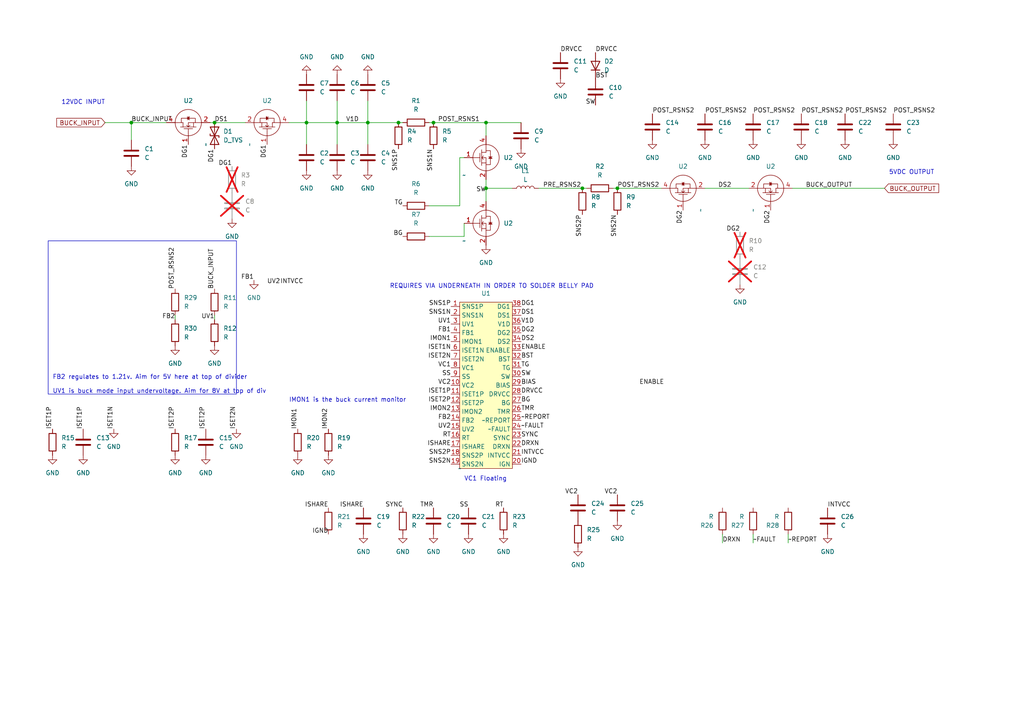
<source format=kicad_sch>
(kicad_sch (version 20230121) (generator eeschema)
  (paper "A4")
  (lib_symbols
    (symbol "Device:C" (pin_numbers hide) (pin_names (offset 0.254))
      (property "Reference" "C" (at 0.635 2.54 0))
      (property "Value" "C" (at 0.635 -2.54 0))
      (symbol "C_0_1"
        (polyline (pts (xy -2.032 -0.762) (xy 2.032 -0.762)) (stroke (width 0.508)))
        (polyline (pts (xy -2.032 0.762) (xy 2.032 0.762)) (stroke (width 0.508)))
      )
      (symbol "C_1_1"
        (pin passive line (at 0 3.81 270) (length 2.794) (name "~") (number "1"))
        (pin passive line (at 0 -3.81 90) (length 2.794) (name "~") (number "2"))
      )
    )
    (symbol "Device:D" (pin_numbers hide) (pin_names (offset 1.016) hide)
      (property "Reference" "D" (at 0 2.54 0))
      (property "Value" "D" (at 0 -2.54 0))
      (symbol "D_0_1"
        (polyline (pts (xy -1.27 1.27) (xy -1.27 -1.27)) (stroke (width 0.254)))
        (polyline (pts (xy 1.27 0) (xy -1.27 0)))
        (polyline (pts (xy 1.27 1.27) (xy 1.27 -1.27) (xy -1.27 0) (xy 1.27 1.27)) (stroke (width 0.254)))
      )
      (symbol "D_1_1"
        (pin passive line (at -3.81 0 0) (length 2.54) (name "K") (number "1"))
        (pin passive line (at 3.81 0 180) (length 2.54) (name "A") (number "2"))
      )
    )
    (symbol "Device:D_TVS" (pin_numbers hide) (pin_names (offset 1.016) hide)
      (property "Reference" "D" (at 0 2.54 0))
      (property "Value" "D_TVS" (at 0 -2.54 0))
      (symbol "D_TVS_0_1"
        (polyline (pts (xy 1.27 0) (xy -1.27 0)))
        (polyline (pts (xy 0.508 1.27) (xy 0 1.27) (xy 0 -1.27) (xy -0.508 -1.27)) (stroke (width 0.254)))
        (polyline (pts (xy -2.54 1.27) (xy -2.54 -1.27) (xy 2.54 1.27) (xy 2.54 -1.27) (xy -2.54 1.27)) (stroke (width 0.254)))
      )
      (symbol "D_TVS_1_1"
        (pin passive line (at -3.81 0 0) (length 2.54) (name "A1") (number "1"))
        (pin passive line (at 3.81 0 180) (length 2.54) (name "A2") (number "2"))
      )
    )
    (symbol "Device:L" (pin_numbers hide) (pin_names (offset 1.016) hide)
      (property "Reference" "L" (at -1.27 0 90))
      (property "Value" "L" (at 1.905 0 90))
      (symbol "L_0_1"
        (arc (start 0 -2.54) (mid 0.6323 -1.905) (end 0 -1.27))
        (arc (start 0 -1.27) (mid 0.6323 -0.635) (end 0 0))
        (arc (start 0 0) (mid 0.6323 0.635) (end 0 1.27))
        (arc (start 0 1.27) (mid 0.6323 1.905) (end 0 2.54))
      )
      (symbol "L_1_1"
        (pin passive line (at 0 3.81 270) (length 1.27) (name "1") (number "1"))
        (pin passive line (at 0 -3.81 90) (length 1.27) (name "2") (number "2"))
      )
    )
    (symbol "Device:R" (pin_numbers hide) (pin_names (offset 0))
      (property "Reference" "R" (at 2.032 0 90))
      (property "Value" "R" (at 0 0 90))
      (symbol "R_0_1"
        (rectangle (start -1.016 -2.54) (end 1.016 2.54) (stroke (width 0.254)))
      )
      (symbol "R_1_1"
        (pin passive line (at 0 3.81 270) (length 1.27) (name "~") (number "1"))
        (pin passive line (at 0 -3.81 90) (length 1.27) (name "~") (number "2"))
      )
    )
    (symbol "my parts:IPB032N10N5"
      (property "Reference" "U" (at 0 0 0))
      (symbol "IPB032N10N5_0_1"
        (polyline (pts (xy 4.572 6.35) (xy 4.572 3.81)))
        (polyline (pts (xy 5.08 7.366) (xy 5.08 2.794)))
        (polyline (pts (xy 6.35 3.556) (xy 5.08 3.556)))
        (polyline (pts (xy 6.35 6.604) (xy 5.08 6.604)))
        (polyline (pts (xy 6.35 6.604) (xy 6.35 8.89)))
        (polyline (pts (xy 2.54 5.08) (xy 4.318 5.08) (xy 4.572 5.08)))
        (polyline (pts (xy 7.62 5.334) (xy 7.62 7.112) (xy 6.35 7.112)))
        (polyline (pts (xy 8.128 5.334) (xy 7.112 5.334) (xy 7.62 5.334)))
        (polyline (pts (xy 6.35 1.27) (xy 6.35 5.08) (xy 5.08 5.08) (xy 5.588 5.588) (xy 5.08 5.08) (xy 5.588 4.572)))
        (polyline (pts (xy 6.35 3.048) (xy 7.62 3.048) (xy 7.62 4.826) (xy 8.128 4.826) (xy 7.62 5.334) (xy 7.112 4.826) (xy 7.62 4.826) (xy 7.62 5.334) (xy 7.874 5.08) (xy 7.62 4.826) (xy 7.366 5.08) (xy 7.366 4.826) (xy 7.874 4.826) (xy 7.874 5.08) (xy 7.366 5.08)))
        (circle (center 6.35 5.08) (radius 3.81))
      )
      (symbol "IPB032N10N5_1_1"
        (pin input line (at 0 5.08 0) (length 2.54) (name "") (number "1"))
        (pin input line (at 6.35 -1.27 90) (length 2.54) (name "") (number "2"))
        (pin input line (at 6.35 -1.27 90) (length 2.54) hide (name "") (number "3"))
        (pin input line (at 6.35 11.43 270) (length 2.54) (name "") (number "4"))
        (pin input line (at 6.35 -1.27 90) (length 2.54) hide (name "") (number "5"))
        (pin input line (at 6.35 -1.27 90) (length 2.54) hide (name "") (number "6"))
        (pin input line (at 6.35 -1.27 90) (length 2.54) hide (name "") (number "7"))
      )
    )
    (symbol "my parts:LT8228"
      (property "Reference" "U" (at 0 0 0))
      (symbol "LT8228_1_1"
        (rectangle (start 0 48.26) (end 15.24 0) (fill (type background)))
        (pin input line (at -2.54 46.99 0) (length 2.54) (name "SNS1P") (number "1"))
        (pin input line (at -2.54 24.13 0) (length 2.54) (name "VC2") (number "10"))
        (pin input line (at -2.54 21.59 0) (length 2.54) (name "ISET1P") (number "11"))
        (pin input line (at -2.54 19.05 0) (length 2.54) (name "ISET2P") (number "12"))
        (pin input line (at -2.54 16.51 0) (length 2.54) (name "IMON2") (number "13"))
        (pin input line (at -2.54 13.97 0) (length 2.54) (name "FB2") (number "14"))
        (pin input line (at -2.54 11.43 0) (length 2.54) (name "UV2") (number "15"))
        (pin input line (at -2.54 8.89 0) (length 2.54) (name "RT") (number "16"))
        (pin input line (at -2.54 6.35 0) (length 2.54) (name "ISHARE") (number "17"))
        (pin input line (at -2.54 3.81 0) (length 2.54) (name "SNS2P") (number "18"))
        (pin input line (at -2.54 1.27 0) (length 2.54) (name "SNS2N") (number "19"))
        (pin input line (at -2.54 44.45 0) (length 2.54) (name "SNS1N") (number "2"))
        (pin input line (at 17.78 1.27 180) (length 2.54) (name "IGN") (number "20"))
        (pin input line (at 17.78 3.81 180) (length 2.54) (name "INTVCC") (number "21"))
        (pin input line (at 17.78 6.35 180) (length 2.54) (name "DRXN") (number "22"))
        (pin input line (at 17.78 8.89 180) (length 2.54) (name "SYNC") (number "23"))
        (pin input line (at 17.78 11.43 180) (length 2.54) (name "~FAULT") (number "24"))
        (pin input line (at 17.78 13.97 180) (length 2.54) (name "~REPORT") (number "25"))
        (pin input line (at 17.78 16.51 180) (length 2.54) (name "TMR") (number "26"))
        (pin input line (at 17.78 19.05 180) (length 2.54) (name "BG") (number "27"))
        (pin input line (at 17.78 21.59 180) (length 2.54) (name "DRVCC") (number "28"))
        (pin input line (at 17.78 24.13 180) (length 2.54) (name "BIAS") (number "29"))
        (pin input line (at -2.54 41.91 0) (length 2.54) (name "UV1") (number "3"))
        (pin input line (at 17.78 26.67 180) (length 2.54) (name "SW") (number "30"))
        (pin input line (at 17.78 29.21 180) (length 2.54) (name "TG") (number "31"))
        (pin input line (at 17.78 31.75 180) (length 2.54) (name "BST") (number "32"))
        (pin input line (at 17.78 34.29 180) (length 2.54) (name "ENABLE") (number "33"))
        (pin input line (at 17.78 36.83 180) (length 2.54) (name "DS2") (number "34"))
        (pin input line (at 17.78 39.37 180) (length 2.54) (name "DG2") (number "35"))
        (pin input line (at 17.78 41.91 180) (length 2.54) (name "V1D") (number "36"))
        (pin input line (at 17.78 44.45 180) (length 2.54) (name "DS1") (number "37"))
        (pin input line (at 17.78 46.99 180) (length 2.54) (name "DG1") (number "38"))
        (pin input line (at -2.54 39.37 0) (length 2.54) (name "FB1") (number "4"))
        (pin input line (at -2.54 36.83 0) (length 2.54) (name "IMON1") (number "5"))
        (pin input line (at -2.54 34.29 0) (length 2.54) (name "ISET1N") (number "6"))
        (pin input line (at -2.54 31.75 0) (length 2.54) (name "ISET2N") (number "7"))
        (pin input line (at -2.54 29.21 0) (length 2.54) (name "VC1") (number "8"))
        (pin input line (at -2.54 26.67 0) (length 2.54) (name "SS") (number "9"))
      )
    )
    (symbol "power:GND" (power) (pin_names (offset 0))
      (property "Value" "GND" (at 0 -3.81 0))
      (symbol "GND_0_1"
        (polyline (pts (xy 0 0) (xy 0 -1.27) (xy 1.27 -1.27) (xy 0 -2.54) (xy -1.27 -1.27) (xy 0 -1.27)))
      )
      (symbol "GND_1_1"
        (pin power_in line (at 0 0 270) (length 0) hide (name "GND") (number "1"))
      )
    )
  )
  (junction (at 125.73 35.56))
  (junction (at 179.07 54.61))
  (junction (at 140.97 35.56))
  (junction (at 115.57 35.56))
  (junction (at 140.97 54.61))
  (junction (at 88.9 35.56))
  (junction (at 106.68 35.56))
  (junction (at 38.1 35.56))
  (junction (at 168.91 54.61))
  (junction (at 97.79 35.56))
  (junction (at 62.23 35.56))
  (wire (pts (xy 179.07 54.61) (xy 191.77 54.61)))
  (wire (pts (xy 124.46 35.56) (xy 125.73 35.56)))
  (wire (pts (xy 106.68 35.56) (xy 106.68 41.91)))
  (wire (pts (xy 106.68 29.21) (xy 106.68 35.56)))
  (wire (pts (xy 97.79 35.56) (xy 97.79 41.91)))
  (wire (pts (xy 88.9 29.21) (xy 88.9 35.56)))
  (wire (pts (xy 62.23 91.44) (xy 62.23 92.71)))
  (wire (pts (xy 140.97 35.56) (xy 151.13 35.56)))
  (wire (pts (xy 30.48 35.56) (xy 38.1 35.56)))
  (wire (pts (xy 134.62 45.72) (xy 133.35 45.72)))
  (wire (pts (xy 177.8 54.61) (xy 179.07 54.61)))
  (wire (pts (xy 156.21 54.61) (xy 168.91 54.61)))
  (wire (pts (xy 133.35 45.72) (xy 133.35 59.69)))
  (wire (pts (xy 115.57 35.56) (xy 116.84 35.56)))
  (wire (pts (xy 209.55 157.48) (xy 209.55 154.94)))
  (wire (pts (xy 140.97 35.56) (xy 140.97 39.37)))
  (wire (pts (xy 38.1 35.56) (xy 48.26 35.56)))
  (wire (pts (xy 140.97 54.61) (xy 148.59 54.61)))
  (wire (pts (xy 133.35 59.69) (xy 124.46 59.69)))
  (wire (pts (xy 228.6 154.94) (xy 228.6 157.48)))
  (wire (pts (xy 50.8 91.44) (xy 50.8 92.71)))
  (wire (pts (xy 229.87 54.61) (xy 256.54 54.61)))
  (wire (pts (xy 106.68 35.56) (xy 115.57 35.56)))
  (wire (pts (xy 38.1 35.56) (xy 38.1 40.64)))
  (wire (pts (xy 204.47 54.61) (xy 217.17 54.61)))
  (wire (pts (xy 97.79 35.56) (xy 106.68 35.56)))
  (wire (pts (xy 88.9 35.56) (xy 97.79 35.56)))
  (wire (pts (xy 97.79 29.21) (xy 97.79 35.56)))
  (wire (pts (xy 134.62 68.58) (xy 134.62 64.77)))
  (wire (pts (xy 140.97 52.07) (xy 140.97 54.61)))
  (wire (pts (xy 125.73 35.56) (xy 140.97 35.56)))
  (wire (pts (xy 60.96 35.56) (xy 62.23 35.56)))
  (wire (pts (xy 124.46 68.58) (xy 134.62 68.58)))
  (wire (pts (xy 218.44 154.94) (xy 218.44 157.48)))
  (wire (pts (xy 168.91 54.61) (xy 170.18 54.61)))
  (wire (pts (xy 88.9 35.56) (xy 88.9 41.91)))
  (wire (pts (xy 140.97 54.61) (xy 140.97 58.42)))
  (wire (pts (xy 62.23 35.56) (xy 71.12 35.56)))
  (wire (pts (xy 83.82 35.56) (xy 88.9 35.56)))
  (rectangle (start 13.97 69.85) (end 68.58 114.3))
  (text "FB2 regulates to 1.21v. Aim for 5V here at top of divider\n\nUV1 is buck mode input undervoltage. Aim for 8V at top of div" (at 15.24 114.3 0) (effects (font (size 1.27 1.27)) (justify left bottom)))
  (text "VC1 Floating\n" (at 134.62 139.7 0) (effects (font (size 1.27 1.27)) (justify left bottom)))
  (text "REQUIRES VIA UNDERNEATH IN ORDER TO SOLDER BELLY PAD" (at 113.03 83.82 0) (effects (font (size 1.27 1.27)) (justify left bottom)))
  (text "5VDC OUTPUT\n" (at 257.81 50.8 0) (effects (font (size 1.27 1.27)) (justify left bottom)))
  (text "IMON1 is the buck current monitor" (at 83.82 116.84 0) (effects (font (size 1.27 1.27)) (justify left bottom)))
  (text "12VDC INPUT" (at 17.78 30.48 0) (effects (font (size 1.27 1.27)) (justify left bottom)))
  (label "UV2" (at 81.28 82.55 180))
  (label "SNS2N" (at 179.07 62.23 270))
  (label "TMR" (at 151.13 119.38 0))
  (label "ISET2N" (at 68.58 124.46 90))
  (label "DS1" (at 151.13 91.44 0))
  (label "DRXN" (at 151.13 129.54 0))
  (label "V1D" (at 151.13 93.98 0))
  (label "PRE_RSNS2" (at 157.48 54.61 0))
  (label "POST_RSNS2" (at 218.44 33.02 0))
  (label "ENABLE" (at 185.42 111.76 0))
  (label "ISHARE" (at 95.25 147.32 180))
  (label "BST" (at 151.13 104.14 0))
  (label "~REPORT" (at 228.6 157.48 0))
  (label "DG1" (at 151.13 88.9 0))
  (label "DG1" (at 77.47 41.91 270))
  (label "FB2" (at 130.81 121.92 180))
  (label "ISET2N" (at 130.81 104.14 180))
  (label "DG1" (at 54.61 41.91 270))
  (label "DG2" (at 198.12 60.96 270))
  (label "ISHARE" (at 130.81 129.54 180))
  (label "~FAULT" (at 151.13 124.46 0))
  (label "TG" (at 151.13 106.68 0))
  (label "IGND" (at 95.25 154.94 180))
  (label "FB1" (at 130.81 96.52 180))
  (label "ISET2P" (at 50.8 124.46 90))
  (label "UV2" (at 130.81 124.46 180))
  (label "POST_RSNS2" (at 204.47 33.02 0))
  (label "SS" (at 135.89 147.32 180))
  (label "ISET1P" (at 24.13 124.46 90))
  (label "SNS2P" (at 168.91 62.23 270))
  (label "ISET1N" (at 33.02 124.46 90))
  (label "POST_RSNS2" (at 179.07 54.61 0))
  (label "SW" (at 151.13 109.22 0))
  (label "VC2" (at 167.64 143.51 180))
  (label "INTVCC" (at 240.03 147.32 0))
  (label "DG1" (at 67.31 48.26 180))
  (label "POST_RSNS1" (at 127 35.56 0))
  (label "~REPORT" (at 151.13 121.92 0))
  (label "BIAS" (at 151.13 111.76 0))
  (label "POST_RSNS2" (at 232.41 33.02 0))
  (label "TG" (at 116.84 59.69 180))
  (label "VC2" (at 179.07 143.51 180))
  (label "UV1" (at 130.81 93.98 180))
  (label "IGND" (at 151.13 134.62 0))
  (label "DG2" (at 223.52 60.96 270))
  (label "DS1" (at 62.23 35.56 0))
  (label "ISET1P" (at 130.81 114.3 180))
  (label "FB2" (at 50.8 92.71 180))
  (label "ISET1N" (at 130.81 101.6 180))
  (label "DG2" (at 214.63 67.31 180))
  (label "SNS1P" (at 130.81 88.9 180))
  (label "RT" (at 146.05 147.32 180))
  (label "UV1" (at 62.23 92.71 180))
  (label "DRVCC" (at 151.13 114.3 0))
  (label "SNS1N" (at 130.81 91.44 180))
  (label "SS" (at 130.81 109.22 180))
  (label "TMR" (at 125.73 147.32 180))
  (label "SNS1P" (at 115.57 43.18 270))
  (label "SNS2N" (at 130.81 134.62 180))
  (label "INTVCC" (at 151.13 132.08 0))
  (label "BG" (at 116.84 68.58 180))
  (label "BUCK_INPUT" (at 62.23 83.82 90))
  (label "POST_RSNS2" (at 245.11 33.02 0))
  (label "SYNC" (at 116.84 147.32 180))
  (label "IMON2" (at 95.25 124.46 90))
  (label "SNS2P" (at 130.81 132.08 180))
  (label "ISET2P" (at 130.81 116.84 180))
  (label "POST_RSNS2" (at 50.8 83.82 90))
  (label "FB1" (at 73.66 81.28 180))
  (label "INTVCC" (at 81.28 82.55 0))
  (label "SYNC" (at 151.13 127 0))
  (label "ISHARE" (at 105.41 147.32 180))
  (label "DG2" (at 151.13 96.52 0))
  (label "BG" (at 151.13 116.84 0))
  (label "DRVCC" (at 172.72 15.24 0))
  (label "ISET1P" (at 15.24 124.46 90))
  (label "BUCK_OUTPUT" (at 233.68 54.61 0))
  (label "POST_RSNS2" (at 259.08 33.02 0))
  (label "DRXN" (at 209.55 157.48 0))
  (label "V1D" (at 100.33 35.56 0))
  (label "POST_RSNS2" (at 189.23 33.02 0))
  (label "ISET2P" (at 59.69 124.46 90))
  (label "DS2" (at 151.13 99.06 0))
  (label "ENABLE" (at 151.13 101.6 0))
  (label "BST" (at 172.72 22.86 0))
  (label "BUCK_INPUT" (at 38.1 35.56 0))
  (label "SNS1N" (at 125.73 43.18 270))
  (label "DG1" (at 62.23 43.18 270))
  (label "VC1" (at 130.81 106.68 180))
  (label "VC2" (at 130.81 111.76 180))
  (label "~FAULT" (at 218.44 157.48 0))
  (label "DRVCC" (at 162.56 15.24 0))
  (label "IMON1" (at 86.36 124.46 90))
  (label "IMON2" (at 130.81 119.38 180))
  (label "DS2" (at 208.28 54.61 0))
  (label "RT" (at 130.81 127 180))
  (label "SW" (at 172.72 30.48 180))
  (label "SW" (at 140.97 55.88 180))
  (label "IMON1" (at 130.81 99.06 180))
  (global_label "BUCK_INPUT" (shape input) (at 30.48 35.56 180) (property "Intersheetrefs" "${INTERSHEET_REFS}" (effects hide)))
  (global_label "BUCK_OUTPUT" (shape input) (at 256.54 54.61 0) (property "Intersheetrefs" "${INTERSHEET_REFS}" (effects hide)))
  (symbol (lib_id "Device:C") (at 135.89 151.13 0) (unit 1)
    (property "Reference" "C21" (at 139.7 149.86 0) (effects (justify left)))
    (property "Value" "C" (at 139.7 152.4 0) (effects (justify left)))
    (property "Footprint" "Capacitor_SMD:C_1206_3216Metric_Pad1.33x1.80mm_HandSolder" (effects hide))
  )
  (symbol (lib_id "Device:C") (at 106.68 45.72 0) (unit 1)
    (property "Reference" "C4" (at 110.49 44.45 0) (effects (justify left)))
    (property "Value" "C" (at 110.49 46.99 0) (effects (justify left)))
    (property "Footprint" "Capacitor_THT:C_Disc_D3.0mm_W2.0mm_P2.50mm" (effects hide))
  )
  (symbol (lib_id "Device:C") (at 232.41 36.83 0) (unit 1)
    (property "Reference" "C18" (at 236.22 35.56 0) (effects (justify left)))
    (property "Value" "C" (at 236.22 38.1 0) (effects (justify left)))
    (property "Footprint" "Capacitor_THT:C_Disc_D3.0mm_W2.0mm_P2.50mm" (effects hide))
  )
  (symbol (lib_id "power:GND") (at 218.44 40.64 0) (unit 1)
    (property "Reference" "#PWR022" (effects hide))
    (property "Value" "GND" (at 218.44 45.72 0))
  )
  (symbol (lib_id "Device:C") (at 67.31 59.69 0) (unit 1) (dnp yes)
    (property "Reference" "C8" (at 71.12 58.42 0) (effects (justify left)))
    (property "Value" "C" (at 71.12 60.96 0) (effects (justify left)))
    (property "Footprint" "Capacitor_THT:C_Disc_D3.0mm_W2.0mm_P2.50mm" (effects hide))
  )
  (symbol (lib_id "power:GND") (at 125.73 154.94 0) (unit 1)
    (property "Reference" "#PWR029" (effects hide))
    (property "Value" "GND" (at 125.73 160.02 0))
  )
  (symbol (lib_id "Device:C") (at 106.68 25.4 0) (unit 1)
    (property "Reference" "C5" (at 110.49 24.13 0) (effects (justify left)))
    (property "Value" "C" (at 110.49 26.67 0) (effects (justify left)))
    (property "Footprint" "Capacitor_THT:C_Disc_D3.0mm_W2.0mm_P2.50mm" (effects hide))
  )
  (symbol (lib_id "Device:R") (at 218.44 151.13 0) (unit 1)
    (property "Reference" "R27" (at 215.9 152.4 0) (effects (justify right)))
    (property "Value" "R" (at 215.9 149.86 0) (effects (justify right)))
    (property "Footprint" "Resistor_SMD:R_1206_3216Metric_Pad1.30x1.75mm_HandSolder" (effects hide))
  )
  (symbol (lib_id "power:GND") (at 95.25 132.08 0) (unit 1)
    (property "Reference" "#PWR025" (effects hide))
    (property "Value" "GND" (at 95.25 137.16 0))
  )
  (symbol (lib_id "Device:R") (at 15.24 128.27 180) (unit 1)
    (property "Reference" "R15" (at 17.78 127 0) (effects (justify right)))
    (property "Value" "R" (at 17.78 129.54 0) (effects (justify right)))
    (property "Footprint" "Resistor_SMD:R_1206_3216Metric_Pad1.30x1.75mm_HandSolder" (effects hide))
  )
  (symbol (lib_id "Device:C") (at 162.56 19.05 0) (unit 1)
    (property "Reference" "C11" (at 166.37 17.78 0) (effects (justify left)))
    (property "Value" "C" (at 166.37 20.32 0) (effects (justify left)))
    (property "Footprint" "Capacitor_THT:C_Disc_D3.0mm_W2.0mm_P2.50mm" (effects hide))
  )
  (symbol (lib_id "Device:C") (at 179.07 147.32 0) (unit 1)
    (property "Reference" "C25" (at 182.88 146.05 0) (effects (justify left)))
    (property "Value" "C" (at 182.88 148.59 0) (effects (justify left)))
    (property "Footprint" "Capacitor_SMD:C_1206_3216Metric_Pad1.33x1.80mm_HandSolder" (effects hide))
  )
  (symbol (lib_id "power:GND") (at 50.8 132.08 0) (unit 1)
    (property "Reference" "#PWR019" (effects hide))
    (property "Value" "GND" (at 50.8 137.16 0))
  )
  (symbol (lib_id "power:GND") (at 97.79 49.53 0) (unit 1)
    (property "Reference" "#PWR03" (effects hide))
    (property "Value" "GND" (at 97.79 54.61 0))
  )
  (symbol (lib_id "Device:C") (at 125.73 151.13 0) (unit 1)
    (property "Reference" "C20" (at 129.54 149.86 0) (effects (justify left)))
    (property "Value" "C" (at 129.54 152.4 0) (effects (justify left)))
    (property "Footprint" "Capacitor_SMD:C_1206_3216Metric_Pad1.33x1.80mm_HandSolder" (effects hide))
  )
  (symbol (lib_id "Device:C") (at 24.13 128.27 0) (unit 1)
    (property "Reference" "C13" (at 27.94 127 0) (effects (justify left)))
    (property "Value" "C" (at 27.94 129.54 0) (effects (justify left)))
    (property "Footprint" "Capacitor_THT:C_Disc_D3.0mm_W2.0mm_P2.50mm" (effects hide))
  )
  (symbol (lib_id "Device:R") (at 116.84 151.13 180) (unit 1)
    (property "Reference" "R22" (at 119.38 149.86 0) (effects (justify right)))
    (property "Value" "R" (at 119.38 152.4 0) (effects (justify right)))
    (property "Footprint" "Resistor_SMD:R_1206_3216Metric_Pad1.30x1.75mm_HandSolder" (effects hide))
  )
  (symbol (lib_id "Device:C") (at 88.9 45.72 0) (unit 1)
    (property "Reference" "C2" (at 92.71 44.45 0) (effects (justify left)))
    (property "Value" "C" (at 92.71 46.99 0) (effects (justify left)))
    (property "Footprint" "Capacitor_THT:C_Disc_D3.0mm_W2.0mm_P2.50mm" (effects hide))
  )
  (symbol (lib_id "Device:C") (at 151.13 39.37 0) (unit 1)
    (property "Reference" "C9" (at 154.94 38.1 0) (effects (justify left)))
    (property "Value" "C" (at 154.94 40.64 0) (effects (justify left)))
    (property "Footprint" "Capacitor_THT:C_Disc_D3.0mm_W2.0mm_P2.50mm" (effects hide))
  )
  (symbol (lib_id "Device:C") (at 204.47 36.83 0) (unit 1)
    (property "Reference" "C16" (at 208.28 35.56 0) (effects (justify left)))
    (property "Value" "C" (at 208.28 38.1 0) (effects (justify left)))
    (property "Footprint" "Capacitor_THT:C_Disc_D3.0mm_W2.0mm_P2.50mm" (effects hide))
  )
  (symbol (lib_id "power:GND") (at 116.84 154.94 0) (unit 1)
    (property "Reference" "#PWR028" (effects hide))
    (property "Value" "GND" (at 116.84 160.02 0))
  )
  (symbol (lib_id "my parts:IPB032N10N5") (at 134.62 50.8 0) (unit 1)
    (property "Reference" "U2" (at 146.05 45.72 0) (effects (justify left)))
    (property "Value" "~" (at 134.62 50.8 0))
    (property "Footprint" "Package_TO_SOT_SMD:TO-263-6" (effects hide))
    (instances (project "fuck_it_power_board" (path "" (reference "U2") (unit 1)) (path "" (reference "U1") (unit 1)) (path "" (reference "U6") (unit 1))))
  )
  (symbol (lib_id "Device:C") (at 105.41 151.13 0) (unit 1)
    (property "Reference" "C19" (at 109.22 149.86 0) (effects (justify left)))
    (property "Value" "C" (at 109.22 152.4 0) (effects (justify left)))
    (property "Footprint" "Capacitor_THT:C_Disc_D3.0mm_W2.0mm_P2.50mm" (effects hide))
  )
  (symbol (lib_id "power:GND") (at 167.64 158.75 0) (unit 1)
    (property "Reference" "#PWR034" (effects hide))
    (property "Value" "GND" (at 167.64 163.83 0))
  )
  (symbol (lib_id "Device:C") (at 259.08 36.83 0) (unit 1)
    (property "Reference" "C23" (at 262.89 35.56 0) (effects (justify left)))
    (property "Value" "C" (at 262.89 38.1 0) (effects (justify left)))
    (property "Footprint" "Capacitor_THT:C_Disc_D3.0mm_W2.0mm_P2.50mm" (effects hide))
  )
  (symbol (lib_id "Device:L") (at 152.4 54.61 90) (unit 1)
    (property "Reference" "L1" (at 152.4 49.53 90))
    (property "Value" "L" (at 152.4 52.07 90))
    (property "Footprint" "Inductor_SMD:L_Coilcraft_XAL7030-472" (effects hide))
  )
  (symbol (lib_id "Device:R") (at 168.91 58.42 180) (unit 1)
    (property "Reference" "R8" (at 171.45 57.15 0) (effects (justify right)))
    (property "Value" "R" (at 171.45 59.69 0) (effects (justify right)))
    (property "Footprint" "Resistor_SMD:R_1206_3216Metric_Pad1.30x1.75mm_HandSolder" (effects hide))
  )
  (symbol (lib_id "Device:R") (at 167.64 154.94 180) (unit 1)
    (property "Reference" "R25" (at 170.18 153.67 0) (effects (justify right)))
    (property "Value" "R" (at 170.18 156.21 0) (effects (justify right)))
    (property "Footprint" "Resistor_SMD:R_1206_3216Metric_Pad1.30x1.75mm_HandSolder" (effects hide))
  )
  (symbol (lib_id "Device:R") (at 95.25 151.13 180) (unit 1)
    (property "Reference" "R21" (at 97.79 149.86 0) (effects (justify right)))
    (property "Value" "R" (at 97.79 152.4 0) (effects (justify right)))
    (property "Footprint" "Resistor_SMD:R_1206_3216Metric_Pad1.30x1.75mm_HandSolder" (effects hide))
  )
  (symbol (lib_id "Device:R") (at 209.55 151.13 0) (unit 1)
    (property "Reference" "R26" (at 207.01 152.4 0) (effects (justify right)))
    (property "Value" "R" (at 207.01 149.86 0) (effects (justify right)))
    (property "Footprint" "Resistor_SMD:R_1206_3216Metric_Pad1.30x1.75mm_HandSolder" (effects hide))
  )
  (symbol (lib_id "Device:C") (at 38.1 44.45 0) (unit 1)
    (property "Reference" "C1" (at 41.91 43.18 0) (effects (justify left)))
    (property "Value" "C" (at 41.91 45.72 0) (effects (justify left)))
    (property "Footprint" "Capacitor_THT:C_Disc_D3.0mm_W2.0mm_P2.50mm" (effects hide))
  )
  (symbol (lib_id "my parts:LT8228") (at 133.35 135.89 0) (unit 1)
    (property "Reference" "U1" (at 140.97 85.09 0))
    (property "Value" "~" (at 133.35 135.89 0))
    (property "Footprint" "Package_SO:TSSOP-38_4.4x9.7mm_P0.5mm" (effects hide))
    (instances (project "fuck_it_power_board" (path "" (reference "U1") (unit 1)) (path "" (reference "U2") (unit 1)) (path "" (reference "U4") (unit 1))))
  )
  (symbol (lib_id "power:GND") (at 59.69 132.08 0) (unit 1)
    (property "Reference" "#PWR020" (effects hide))
    (property "Value" "GND" (at 59.69 137.16 0))
  )
  (symbol (lib_id "power:GND") (at 151.13 43.18 0) (unit 1)
    (property "Reference" "#PWR010" (effects hide))
    (property "Value" "GND" (at 151.13 48.26 0))
  )
  (symbol (lib_id "Device:R") (at 86.36 128.27 180) (unit 1)
    (property "Reference" "R20" (at 88.9 127 0) (effects (justify right)))
    (property "Value" "R" (at 88.9 129.54 0) (effects (justify right)))
    (property "Footprint" "Resistor_SMD:R_1206_3216Metric_Pad1.30x1.75mm_HandSolder" (effects hide))
  )
  (symbol (lib_id "Device:C") (at 245.11 36.83 0) (unit 1)
    (property "Reference" "C22" (at 248.92 35.56 0) (effects (justify left)))
    (property "Value" "C" (at 248.92 38.1 0) (effects (justify left)))
    (property "Footprint" "Capacitor_THT:C_Disc_D3.0mm_W2.0mm_P2.50mm" (effects hide))
  )
  (symbol (lib_id "power:GND") (at 204.47 40.64 0) (unit 1)
    (property "Reference" "#PWR018" (effects hide))
    (property "Value" "GND" (at 204.47 45.72 0))
  )
  (symbol (lib_id "power:GND") (at 67.31 63.5 0) (unit 1)
    (property "Reference" "#PWR09" (effects hide))
    (property "Value" "GND" (at 67.31 68.58 0))
  )
  (symbol (lib_id "Device:R") (at 125.73 39.37 0) (unit 1)
    (property "Reference" "R5" (at 128.27 38.1 0) (effects (justify left)))
    (property "Value" "R" (at 128.27 40.64 0) (effects (justify left)))
    (property "Footprint" "Resistor_SMD:R_1206_3216Metric_Pad1.30x1.75mm_HandSolder" (effects hide))
  )
  (symbol (lib_id "Device:C") (at 59.69 128.27 0) (unit 1)
    (property "Reference" "C15" (at 63.5 127 0) (effects (justify left)))
    (property "Value" "C" (at 63.5 129.54 0) (effects (justify left)))
    (property "Footprint" "Capacitor_THT:C_Disc_D3.0mm_W2.0mm_P2.50mm" (effects hide))
  )
  (symbol (lib_id "Device:R") (at 173.99 54.61 90) (unit 1)
    (property "Reference" "R2" (at 173.99 48.26 90))
    (property "Value" "R" (at 173.99 50.8 90))
    (property "Footprint" "Resistor_SMD:R_2512_6332Metric_Pad1.40x3.35mm_HandSolder" (effects hide))
  )
  (symbol (lib_id "Device:C") (at 172.72 26.67 0) (unit 1)
    (property "Reference" "C10" (at 176.53 25.4 0) (effects (justify left)))
    (property "Value" "C" (at 176.53 27.94 0) (effects (justify left)))
    (property "Footprint" "Capacitor_THT:C_Disc_D3.0mm_W2.0mm_P2.50mm" (effects hide))
  )
  (symbol (lib_id "Device:C") (at 97.79 45.72 0) (unit 1)
    (property "Reference" "C3" (at 101.6 44.45 0) (effects (justify left)))
    (property "Value" "C" (at 101.6 46.99 0) (effects (justify left)))
    (property "Footprint" "Capacitor_THT:C_Disc_D3.0mm_W2.0mm_P2.50mm" (effects hide))
  )
  (symbol (lib_id "power:GND") (at 15.24 132.08 0) (unit 1)
    (property "Reference" "#PWR015" (effects hide))
    (property "Value" "GND" (at 15.24 137.16 0))
  )
  (symbol (lib_id "power:GND") (at 86.36 132.08 0) (unit 1)
    (property "Reference" "#PWR023" (effects hide))
    (property "Value" "GND" (at 86.36 137.16 0))
  )
  (symbol (lib_id "Device:C") (at 167.64 147.32 0) (unit 1)
    (property "Reference" "C24" (at 171.45 146.05 0) (effects (justify left)))
    (property "Value" "C" (at 171.45 148.59 0) (effects (justify left)))
    (property "Footprint" "Capacitor_SMD:C_1206_3216Metric_Pad1.33x1.80mm_HandSolder" (effects hide))
  )
  (symbol (lib_id "power:GND") (at 105.41 154.94 0) (unit 1)
    (property "Reference" "#PWR027" (effects hide))
    (property "Value" "GND" (at 105.41 160.02 0))
  )
  (symbol (lib_id "power:GND") (at 33.02 124.46 0) (unit 1)
    (property "Reference" "#PWR017" (effects hide))
    (property "Value" "GND" (at 33.02 129.54 0))
  )
  (symbol (lib_id "power:GND") (at 232.41 40.64 0) (unit 1)
    (property "Reference" "#PWR024" (effects hide))
    (property "Value" "GND" (at 232.41 45.72 0))
  )
  (symbol (lib_id "Device:C") (at 240.03 151.13 0) (unit 1)
    (property "Reference" "C26" (at 243.84 149.86 0) (effects (justify left)))
    (property "Value" "C" (at 243.84 152.4 0) (effects (justify left)))
    (property "Footprint" "Capacitor_SMD:C_1206_3216Metric_Pad1.33x1.80mm_HandSolder" (effects hide))
  )
  (symbol (lib_id "my parts:IPB032N10N5") (at 203.2 60.96 90) (unit 1)
    (property "Reference" "U2" (at 198.12 48.26 90))
    (property "Value" "~" (at 203.2 60.96 0))
    (property "Footprint" "Package_TO_SOT_SMD:TO-263-6" (effects hide))
    (instances (project "fuck_it_power_board" (path "" (reference "U2") (unit 1)) (path "" (reference "U1") (unit 1)) (path "" (reference "U8") (unit 1))))
  )
  (symbol (lib_id "power:GND") (at 97.79 21.59 180) (unit 1)
    (property "Reference" "#PWR06" (effects hide))
    (property "Value" "GND" (at 97.79 16.51 0))
  )
  (symbol (lib_id "power:GND") (at 24.13 132.08 0) (unit 1)
    (property "Reference" "#PWR016" (effects hide))
    (property "Value" "GND" (at 24.13 137.16 0))
  )
  (symbol (lib_id "power:GND") (at 259.08 40.64 0) (unit 1)
    (property "Reference" "#PWR032" (effects hide))
    (property "Value" "GND" (at 259.08 45.72 0))
  )
  (symbol (lib_id "my parts:IPB032N10N5") (at 72.39 41.91 270) (mirror x) (unit 1)
    (property "Reference" "U2" (at 77.47 29.21 90))
    (property "Value" "~" (at 72.39 41.91 0))
    (property "Footprint" "Package_TO_SOT_SMD:TO-263-6" (effects hide))
    (instances (project "fuck_it_power_board" (path "" (reference "U2") (unit 1)) (path "" (reference "U1") (unit 1)) (path "" (reference "U5") (unit 1))))
  )
  (symbol (lib_id "my parts:IPB032N10N5") (at 59.69 41.91 90) (unit 1)
    (property "Reference" "U2" (at 54.61 29.21 90))
    (property "Value" "~" (at 59.69 41.91 0))
    (property "Footprint" "Package_TO_SOT_SMD:TO-263-6" (effects hide))
    (instances (project "fuck_it_power_board" (path "" (reference "U2") (unit 1)) (path "" (reference "U1") (unit 1)) (path "" (reference "U3") (unit 1))))
  )
  (symbol (lib_id "power:GND") (at 38.1 48.26 0) (unit 1)
    (property "Reference" "#PWR01" (effects hide))
    (property "Value" "GND" (at 38.1 53.34 0))
  )
  (symbol (lib_id "power:GND") (at 179.07 151.13 0) (unit 1)
    (property "Reference" "#PWR035" (effects hide))
    (property "Value" "GND" (at 179.07 156.21 0))
  )
  (symbol (lib_id "Device:R") (at 146.05 151.13 180) (unit 1)
    (property "Reference" "R23" (at 148.59 149.86 0) (effects (justify right)))
    (property "Value" "R" (at 148.59 152.4 0) (effects (justify right)))
    (property "Footprint" "Resistor_SMD:R_1206_3216Metric_Pad1.30x1.75mm_HandSolder" (effects hide))
  )
  (symbol (lib_id "Device:R") (at 62.23 96.52 180) (unit 1)
    (property "Reference" "R12" (at 64.77 95.25 0) (effects (justify right)))
    (property "Value" "R" (at 64.77 97.79 0) (effects (justify right)))
    (property "Footprint" "Resistor_SMD:R_1206_3216Metric_Pad1.30x1.75mm_HandSolder" (effects hide))
  )
  (symbol (lib_id "power:GND") (at 88.9 49.53 0) (unit 1)
    (property "Reference" "#PWR02" (effects hide))
    (property "Value" "GND" (at 88.9 54.61 0))
  )
  (symbol (lib_id "power:GND") (at 245.11 40.64 0) (unit 1)
    (property "Reference" "#PWR026" (effects hide))
    (property "Value" "GND" (at 245.11 45.72 0))
  )
  (symbol (lib_id "power:GND") (at 68.58 124.46 0) (unit 1)
    (property "Reference" "#PWR021" (effects hide))
    (property "Value" "GND" (at 68.58 129.54 0))
  )
  (symbol (lib_id "power:GND") (at 135.89 154.94 0) (unit 1)
    (property "Reference" "#PWR030" (effects hide))
    (property "Value" "GND" (at 135.89 160.02 0))
  )
  (symbol (lib_id "Device:R") (at 214.63 71.12 180) (unit 1) (dnp yes)
    (property "Reference" "R10" (at 217.17 69.85 0) (effects (justify right)))
    (property "Value" "R" (at 217.17 72.39 0) (effects (justify right)))
    (property "Footprint" "Resistor_SMD:R_1206_3216Metric_Pad1.30x1.75mm_HandSolder" (effects hide))
  )
  (symbol (lib_id "Device:R") (at 95.25 128.27 180) (unit 1)
    (property "Reference" "R19" (at 97.79 127 0) (effects (justify right)))
    (property "Value" "R" (at 97.79 129.54 0) (effects (justify right)))
    (property "Footprint" "Resistor_SMD:R_1206_3216Metric_Pad1.30x1.75mm_HandSolder" (effects hide))
  )
  (symbol (lib_id "Device:C") (at 88.9 25.4 0) (unit 1)
    (property "Reference" "C7" (at 92.71 24.13 0) (effects (justify left)))
    (property "Value" "C" (at 92.71 26.67 0) (effects (justify left)))
    (property "Footprint" "Capacitor_THT:C_Disc_D3.0mm_W2.0mm_P2.50mm" (effects hide))
  )
  (symbol (lib_id "Device:R") (at 179.07 58.42 0) (unit 1)
    (property "Reference" "R9" (at 181.61 57.15 0) (effects (justify left)))
    (property "Value" "R" (at 181.61 59.69 0) (effects (justify left)))
    (property "Footprint" "Resistor_SMD:R_1206_3216Metric_Pad1.30x1.75mm_HandSolder" (effects hide))
  )
  (symbol (lib_id "Device:R") (at 50.8 128.27 180) (unit 1)
    (property "Reference" "R17" (at 53.34 127 0) (effects (justify right)))
    (property "Value" "R" (at 53.34 129.54 0) (effects (justify right)))
    (property "Footprint" "Resistor_SMD:R_1206_3216Metric_Pad1.30x1.75mm_HandSolder" (effects hide))
  )
  (symbol (lib_id "Device:R") (at 120.65 35.56 90) (unit 1)
    (property "Reference" "R1" (at 120.65 29.21 90))
    (property "Value" "R" (at 120.65 31.75 90))
    (property "Footprint" "Resistor_SMD:R_2512_6332Metric_Pad1.40x3.35mm_HandSolder" (effects hide))
  )
  (symbol (lib_id "my parts:IPB032N10N5") (at 218.44 60.96 270) (mirror x) (unit 1)
    (property "Reference" "U2" (at 223.52 48.26 90))
    (property "Value" "~" (at 218.44 60.96 0))
    (property "Footprint" "Package_TO_SOT_SMD:TO-263-6" (effects hide))
    (instances (project "fuck_it_power_board" (path "" (reference "U2") (unit 1)) (path "" (reference "U1") (unit 1)) (path "" (reference "U9") (unit 1))))
  )
  (symbol (lib_id "power:GND") (at 140.97 71.12 0) (unit 1)
    (property "Reference" "#PWR08" (effects hide))
    (property "Value" "GND" (at 140.97 76.2 0))
  )
  (symbol (lib_id "Device:R") (at 228.6 151.13 0) (unit 1)
    (property "Reference" "R28" (at 226.06 152.4 0) (effects (justify right)))
    (property "Value" "R" (at 226.06 149.86 0) (effects (justify right)))
    (property "Footprint" "Resistor_SMD:R_1206_3216Metric_Pad1.30x1.75mm_HandSolder" (effects hide))
  )
  (symbol (lib_id "Device:D_TVS") (at 62.23 39.37 270) (unit 1)
    (property "Reference" "D1" (at 64.77 38.1 90) (effects (justify left)))
    (property "Value" "D_TVS" (at 64.77 40.64 90) (effects (justify left)))
    (property "Footprint" "Diode_SMD:D_SOD-323" (effects hide))
  )
  (symbol (lib_id "Device:R") (at 67.31 52.07 180) (unit 1) (dnp yes)
    (property "Reference" "R3" (at 69.85 50.8 0) (effects (justify right)))
    (property "Value" "R" (at 69.85 53.34 0) (effects (justify right)))
    (property "Footprint" "Resistor_SMD:R_1206_3216Metric_Pad1.30x1.75mm_HandSolder" (effects hide))
  )
  (symbol (lib_id "Device:R") (at 50.8 96.52 180) (unit 1)
    (property "Reference" "R30" (at 53.34 95.25 0) (effects (justify right)))
    (property "Value" "R" (at 53.34 97.79 0) (effects (justify right)))
    (property "Footprint" "Resistor_SMD:R_1206_3216Metric_Pad1.30x1.75mm_HandSolder" (effects hide))
  )
  (symbol (lib_id "my parts:IPB032N10N5") (at 134.62 69.85 0) (unit 1)
    (property "Reference" "U2" (at 146.05 64.77 0) (effects (justify left)))
    (property "Value" "~" (at 134.62 69.85 0))
    (property "Footprint" "Package_TO_SOT_SMD:TO-263-6" (effects hide))
    (instances (project "fuck_it_power_board" (path "" (reference "U2") (unit 1)) (path "" (reference "U1") (unit 1)) (path "" (reference "U7") (unit 1))))
  )
  (symbol (lib_id "power:GND") (at 240.03 154.94 0) (unit 1)
    (property "Reference" "#PWR036" (effects hide))
    (property "Value" "GND" (at 240.03 160.02 0))
  )
  (symbol (lib_id "Device:C") (at 214.63 78.74 0) (unit 1) (dnp yes)
    (property "Reference" "C12" (at 218.44 77.47 0) (effects (justify left)))
    (property "Value" "C" (at 218.44 80.01 0) (effects (justify left)))
    (property "Footprint" "Capacitor_THT:C_Disc_D3.0mm_W2.0mm_P2.50mm" (effects hide))
  )
  (symbol (lib_id "power:GND") (at 162.56 22.86 0) (unit 1)
    (property "Reference" "#PWR011" (effects hide))
    (property "Value" "GND" (at 162.56 27.94 0))
  )
  (symbol (lib_id "power:GND") (at 146.05 154.94 0) (unit 1)
    (property "Reference" "#PWR031" (effects hide))
    (property "Value" "GND" (at 146.05 160.02 0))
  )
  (symbol (lib_id "Device:C") (at 189.23 36.83 0) (unit 1)
    (property "Reference" "C14" (at 193.04 35.56 0) (effects (justify left)))
    (property "Value" "C" (at 193.04 38.1 0) (effects (justify left)))
    (property "Footprint" "Capacitor_THT:C_Disc_D3.0mm_W2.0mm_P2.50mm" (effects hide))
  )
  (symbol (lib_id "Device:C") (at 97.79 25.4 0) (unit 1)
    (property "Reference" "C6" (at 101.6 24.13 0) (effects (justify left)))
    (property "Value" "C" (at 101.6 26.67 0) (effects (justify left)))
    (property "Footprint" "Capacitor_THT:C_Disc_D3.0mm_W2.0mm_P2.50mm" (effects hide))
  )
  (symbol (lib_id "Device:R") (at 50.8 87.63 180) (unit 1)
    (property "Reference" "R29" (at 53.34 86.36 0) (effects (justify right)))
    (property "Value" "R" (at 53.34 88.9 0) (effects (justify right)))
    (property "Footprint" "Resistor_SMD:R_1206_3216Metric_Pad1.30x1.75mm_HandSolder" (effects hide))
  )
  (symbol (lib_id "power:GND") (at 214.63 82.55 0) (unit 1)
    (property "Reference" "#PWR012" (effects hide))
    (property "Value" "GND" (at 214.63 87.63 0))
  )
  (symbol (lib_id "Device:R") (at 62.23 87.63 180) (unit 1)
    (property "Reference" "R11" (at 64.77 86.36 0) (effects (justify right)))
    (property "Value" "R" (at 64.77 88.9 0) (effects (justify right)))
    (property "Footprint" "Resistor_SMD:R_1206_3216Metric_Pad1.30x1.75mm_HandSolder" (effects hide))
  )
  (symbol (lib_id "Device:R") (at 120.65 68.58 90) (unit 1)
    (property "Reference" "R7" (at 120.65 62.23 90))
    (property "Value" "R" (at 120.65 64.77 90))
    (property "Footprint" "Resistor_SMD:R_1206_3216Metric_Pad1.30x1.75mm_HandSolder" (effects hide))
  )
  (symbol (lib_id "power:GND") (at 50.8 100.33 0) (unit 1)
    (property "Reference" "#PWR037" (effects hide))
    (property "Value" "GND" (at 50.8 105.41 0))
  )
  (symbol (lib_id "Device:D") (at 172.72 19.05 90) (unit 1)
    (property "Reference" "D2" (at 175.26 17.78 90) (effects (justify right)))
    (property "Value" "D" (at 175.26 20.32 90) (effects (justify right)))
    (property "Footprint" "Diode_SMD:D_SOD-323" (effects hide))
    (property "Sim.Device" "D" (effects hide))
    (property "Sim.Pins" "1=K 2=A" (effects hide))
  )
  (symbol (lib_id "Device:C") (at 218.44 36.83 0) (unit 1)
    (property "Reference" "C17" (at 222.25 35.56 0) (effects (justify left)))
    (property "Value" "C" (at 222.25 38.1 0) (effects (justify left)))
    (property "Footprint" "Capacitor_THT:C_Disc_D3.0mm_W2.0mm_P2.50mm" (effects hide))
  )
  (symbol (lib_id "Device:R") (at 115.57 39.37 180) (unit 1)
    (property "Reference" "R4" (at 118.11 38.1 0) (effects (justify right)))
    (property "Value" "R" (at 118.11 40.64 0) (effects (justify right)))
    (property "Footprint" "Resistor_SMD:R_1206_3216Metric_Pad1.30x1.75mm_HandSolder" (effects hide))
  )
  (symbol (lib_id "power:GND") (at 88.9 21.59 180) (unit 1)
    (property "Reference" "#PWR05" (effects hide))
    (property "Value" "GND" (at 88.9 16.51 0))
  )
  (symbol (lib_id "power:GND") (at 106.68 49.53 0) (unit 1)
    (property "Reference" "#PWR04" (effects hide))
    (property "Value" "GND" (at 106.68 54.61 0))
  )
  (symbol (lib_id "power:GND") (at 73.66 81.28 0) (unit 1)
    (property "Reference" "#PWR039" (effects hide))
    (property "Value" "GND" (at 73.66 86.36 0))
  )
  (symbol (lib_id "power:GND") (at 189.23 40.64 0) (unit 1)
    (property "Reference" "#PWR014" (effects hide))
    (property "Value" "GND" (at 189.23 45.72 0))
  )
  (symbol (lib_id "power:GND") (at 62.23 100.33 0) (unit 1)
    (property "Reference" "#PWR013" (effects hide))
    (property "Value" "GND" (at 62.23 105.41 0))
  )
  (symbol (lib_id "power:GND") (at 106.68 21.59 180) (unit 1)
    (property "Reference" "#PWR07" (effects hide))
    (property "Value" "GND" (at 106.68 16.51 0))
  )
  (symbol (lib_id "Device:R") (at 120.65 59.69 90) (unit 1)
    (property "Reference" "R6" (at 120.65 53.34 90))
    (property "Value" "R" (at 120.65 55.88 90))
    (property "Footprint" "Resistor_SMD:R_1206_3216Metric_Pad1.30x1.75mm_HandSolder" (effects hide))
  )
)
</source>
